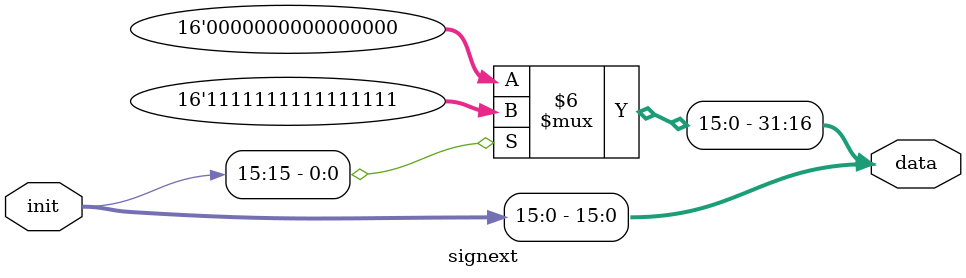
<source format=v>
`timescale 1ns / 1ps


module signext(
    input [15:0] init,
    output reg [31:0] data
    );
    
    always @(init)
    begin
    if(init[15]== 1'b0)
        begin
            data = 32'b00000000000000000000000000000000;
            data [15:0] = init;
         end
     else
        begin
            data = 32'b11111111111111111111111111111111;
            data [15:0] = init;
        end
     end
     
endmodule

</source>
